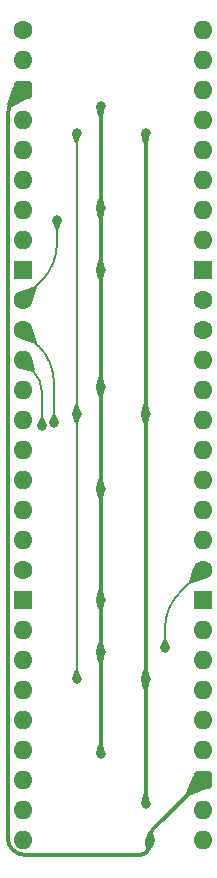
<source format=gbl>
%TF.GenerationSoftware,KiCad,Pcbnew,9.0.7-9.0.7~ubuntu24.04.1*%
%TF.CreationDate,2026-01-23T19:46:08+02:00*%
%TF.ProjectId,Main Address Buffer,4d61696e-2041-4646-9472-657373204275,V0*%
%TF.SameCoordinates,Original*%
%TF.FileFunction,Copper,L2,Bot*%
%TF.FilePolarity,Positive*%
%FSLAX46Y46*%
G04 Gerber Fmt 4.6, Leading zero omitted, Abs format (unit mm)*
G04 Created by KiCad (PCBNEW 9.0.7-9.0.7~ubuntu24.04.1) date 2026-01-23 19:46:08*
%MOMM*%
%LPD*%
G01*
G04 APERTURE LIST*
G04 Aperture macros list*
%AMRoundRect*
0 Rectangle with rounded corners*
0 $1 Rounding radius*
0 $2 $3 $4 $5 $6 $7 $8 $9 X,Y pos of 4 corners*
0 Add a 4 corners polygon primitive as box body*
4,1,4,$2,$3,$4,$5,$6,$7,$8,$9,$2,$3,0*
0 Add four circle primitives for the rounded corners*
1,1,$1+$1,$2,$3*
1,1,$1+$1,$4,$5*
1,1,$1+$1,$6,$7*
1,1,$1+$1,$8,$9*
0 Add four rect primitives between the rounded corners*
20,1,$1+$1,$2,$3,$4,$5,0*
20,1,$1+$1,$4,$5,$6,$7,0*
20,1,$1+$1,$6,$7,$8,$9,0*
20,1,$1+$1,$8,$9,$2,$3,0*%
G04 Aperture macros list end*
%TA.AperFunction,ComponentPad*%
%ADD10C,1.600000*%
%TD*%
%TA.AperFunction,ComponentPad*%
%ADD11O,1.600000X1.600000*%
%TD*%
%TA.AperFunction,ComponentPad*%
%ADD12RoundRect,0.400000X-0.400000X-0.400000X0.400000X-0.400000X0.400000X0.400000X-0.400000X0.400000X0*%
%TD*%
%TA.AperFunction,ComponentPad*%
%ADD13R,1.600000X1.600000*%
%TD*%
%TA.AperFunction,ViaPad*%
%ADD14C,0.800000*%
%TD*%
%TA.AperFunction,Conductor*%
%ADD15C,0.380000*%
%TD*%
%TA.AperFunction,Conductor*%
%ADD16C,0.200000*%
%TD*%
G04 APERTURE END LIST*
D10*
%TO.P,J2,1*%
%TO.N,MT*%
X0Y0D03*
D11*
%TO.P,J2,2*%
%TO.N,M~{RD}*%
X0Y-2540000D03*
D12*
%TO.P,J2,3*%
%TO.N,5V*%
X0Y-5080000D03*
D11*
%TO.P,J2,4*%
%TO.N,M~{WD}*%
X0Y-7620000D03*
%TO.P,J2,5*%
%TO.N,AM20*%
X0Y-10160000D03*
%TO.P,J2,6*%
%TO.N,AM19*%
X0Y-12700000D03*
%TO.P,J2,7*%
%TO.N,AM18*%
X0Y-15240000D03*
%TO.P,J2,8*%
%TO.N,AM17*%
X0Y-17780000D03*
D13*
%TO.P,J2,9*%
%TO.N,GND*%
X0Y-20320000D03*
D10*
%TO.P,J2,10*%
%TO.N,AM16*%
X0Y-22860000D03*
%TO.P,J2,11*%
%TO.N,AM15*%
X0Y-25400000D03*
D11*
%TO.P,J2,12*%
%TO.N,AM14*%
X0Y-27940000D03*
%TO.P,J2,13*%
%TO.N,~{OE}*%
X0Y-30480000D03*
%TO.P,J2,14*%
%TO.N,AM13*%
X0Y-33020000D03*
%TO.P,J2,15*%
%TO.N,AM12*%
X0Y-35560000D03*
%TO.P,J2,16*%
%TO.N,AM11*%
X0Y-38100000D03*
%TO.P,J2,17*%
%TO.N,AM10*%
X0Y-40640000D03*
%TO.P,J2,18*%
%TO.N,AM9*%
X0Y-43180000D03*
D10*
%TO.P,J2,19*%
%TO.N,AM8*%
X0Y-45720000D03*
D13*
%TO.P,J2,20*%
%TO.N,GND*%
X0Y-48260000D03*
D11*
%TO.P,J2,21*%
%TO.N,AM7*%
X0Y-50800000D03*
%TO.P,J2,22*%
%TO.N,AM6*%
X0Y-53340000D03*
%TO.P,J2,23*%
%TO.N,AM5*%
X0Y-55880000D03*
%TO.P,J2,24*%
%TO.N,AM4*%
X0Y-58420000D03*
%TO.P,J2,25*%
%TO.N,AM3*%
X0Y-60960000D03*
%TO.P,J2,26*%
%TO.N,AM2*%
X0Y-63500000D03*
%TO.P,J2,27*%
%TO.N,AM1*%
X0Y-66040000D03*
%TO.P,J2,28*%
%TO.N,AM0*%
X0Y-68580000D03*
%TO.P,J2,29*%
%TO.N,AS0*%
X15240000Y-68580000D03*
%TO.P,J2,30*%
%TO.N,AS1*%
X15240000Y-66040000D03*
D12*
%TO.P,J2,31*%
%TO.N,5V*%
X15240000Y-63500000D03*
D11*
%TO.P,J2,32*%
%TO.N,AS2*%
X15240000Y-60960000D03*
%TO.P,J2,33*%
%TO.N,AS3*%
X15240000Y-58420000D03*
%TO.P,J2,34*%
%TO.N,AS4*%
X15240000Y-55880000D03*
%TO.P,J2,35*%
%TO.N,AS5*%
X15240000Y-53340000D03*
%TO.P,J2,36*%
%TO.N,AS6*%
X15240000Y-50800000D03*
D13*
%TO.P,J2,37*%
%TO.N,GND*%
X15240000Y-48260000D03*
D10*
%TO.P,J2,38*%
%TO.N,AS7*%
X15240000Y-45720000D03*
D11*
%TO.P,J2,39*%
%TO.N,AS8*%
X15240000Y-43180000D03*
%TO.P,J2,40*%
%TO.N,AS9*%
X15240000Y-40640000D03*
%TO.P,J2,41*%
%TO.N,AS10*%
X15240000Y-38100000D03*
%TO.P,J2,42*%
%TO.N,AS11*%
X15240000Y-35560000D03*
%TO.P,J2,43*%
%TO.N,AS12*%
X15240000Y-33020000D03*
%TO.P,J2,44*%
%TO.N,AS13*%
X15240000Y-30480000D03*
%TO.P,J2,45*%
%TO.N,AS14*%
X15240000Y-27940000D03*
D10*
%TO.P,J2,46*%
%TO.N,AS15*%
X15240000Y-25400000D03*
%TO.P,J2,47*%
%TO.N,unconnected-(J2-Pad47)*%
X15240000Y-22860000D03*
D13*
%TO.P,J2,48*%
%TO.N,GND*%
X15240000Y-20320000D03*
D11*
%TO.P,J2,49*%
%TO.N,AS16*%
X15240000Y-17780000D03*
%TO.P,J2,50*%
%TO.N,AS17*%
X15240000Y-15240000D03*
%TO.P,J2,51*%
%TO.N,AS18*%
X15240000Y-12700000D03*
%TO.P,J2,52*%
%TO.N,AS19*%
X15240000Y-10160000D03*
%TO.P,J2,53*%
%TO.N,AS20*%
X15240000Y-7620000D03*
%TO.P,J2,54*%
%TO.N,S~{WD}*%
X15240000Y-5080000D03*
%TO.P,J2,55*%
%TO.N,S~{RD}*%
X15240000Y-2540000D03*
%TO.P,J2,56*%
%TO.N,ST*%
X15240000Y0D03*
%TD*%
D14*
%TO.N,AM16*%
X2921000Y-16129000D03*
%TO.N,GND*%
X6604000Y-15113000D03*
X6604000Y-61341000D03*
%TO.N,AS7*%
X12065000Y-52324000D03*
%TO.N,AM15*%
X2667000Y-33274000D03*
%TO.N,AM14*%
X1651000Y-33528000D03*
%TO.N,~{OE}*%
X4572000Y-8763000D03*
X4572000Y-54991000D03*
X4572000Y-32512000D03*
%TO.N,/3.3V*%
X10414000Y-54991000D03*
X10414000Y-65532000D03*
X10414000Y-32512000D03*
X10414000Y-8763000D03*
%TO.N,5V*%
X10795000Y-68707000D03*
%TO.N,GND*%
X6604000Y-6477000D03*
X6604000Y-38862000D03*
X6604000Y-48260000D03*
X6604000Y-30226000D03*
X6604000Y-52705000D03*
X6604000Y-20320000D03*
%TD*%
D15*
%TO.N,5V*%
X-1270000Y-68389278D02*
G75*
G03*
X-842165Y-69422165I1460720J-2D01*
G01*
X10540999Y-69595999D02*
G75*
G02*
X9927789Y-69849994I-613199J613199D01*
G01*
X-634999Y-5715000D02*
G75*
G03*
X-1270001Y-7248025I1533029J-1533030D01*
G01*
X10795000Y-69024500D02*
G75*
G02*
X10570491Y-69566504I-766500J0D01*
G01*
X-842164Y-69422164D02*
G75*
G03*
X190721Y-69850000I1032886J1032884D01*
G01*
X11064407Y-67675592D02*
G75*
G03*
X10794995Y-68326000I650393J-650408D01*
G01*
D16*
%TO.N,AS7*%
X13277334Y-47682665D02*
G75*
G03*
X12065008Y-50609500I2926866J-2926835D01*
G01*
%TO.N,AM14*%
X825500Y-28765500D02*
G75*
G02*
X1651000Y-30758433I-1992937J-1992935D01*
G01*
%TO.N,AM16*%
X2921000Y-18034000D02*
G75*
G02*
X1573961Y-21286038I-4599087J5D01*
G01*
%TO.N,AM15*%
X1333500Y-26733500D02*
G75*
G02*
X2667000Y-29952853I-3219356J-3219355D01*
G01*
%TO.N,AM16*%
X2921000Y-16129000D02*
X2921000Y-18034000D01*
X1573961Y-21286038D02*
X0Y-22860000D01*
D15*
%TO.N,GND*%
X6604000Y-20320000D02*
X6604000Y-15113000D01*
X6604000Y-52705000D02*
X6604000Y-61341000D01*
D16*
%TO.N,AS7*%
X12065000Y-50609500D02*
X12065000Y-52324000D01*
X13277334Y-47682665D02*
X15240000Y-45720000D01*
%TO.N,AM15*%
X2667000Y-29952853D02*
X2667000Y-33274000D01*
X1333500Y-26733500D02*
X0Y-25400000D01*
%TO.N,AM14*%
X1651000Y-30758433D02*
X1651000Y-33528000D01*
X825500Y-28765500D02*
X0Y-27940000D01*
%TO.N,~{OE}*%
X4572000Y-8763000D02*
X4572000Y-32512000D01*
X4572000Y-54991000D02*
X4572000Y-32512000D01*
D15*
%TO.N,/3.3V*%
X10414000Y-32512000D02*
X10414000Y-54991000D01*
X10414000Y-32512000D02*
X10414000Y-8763000D01*
X10414000Y-65532000D02*
X10414000Y-54991000D01*
%TO.N,5V*%
X-634999Y-5715000D02*
X0Y-5080000D01*
X11064407Y-67675592D02*
X15240000Y-63500000D01*
X-1270000Y-68389278D02*
X-1270000Y-7248025D01*
X9927789Y-69850000D02*
X190721Y-69850000D01*
X10540999Y-69595999D02*
X10570493Y-69566506D01*
X10795000Y-68707000D02*
X10795000Y-68326000D01*
X10795000Y-69024500D02*
X10795000Y-68707000D01*
%TO.N,GND*%
X6604000Y-6477000D02*
X6604000Y-15113000D01*
X6604000Y-38862000D02*
X6604000Y-48260000D01*
X6604000Y-20320000D02*
X6604000Y-30226000D01*
X6604000Y-38862000D02*
X6604000Y-30226000D01*
X6604000Y-52705000D02*
X6604000Y-48260000D01*
%TD*%
%TA.AperFunction,Conductor*%
%TO.N,5V*%
G36*
X-788519Y-4798014D02*
G01*
X-4192Y-5077447D01*
X2446Y-5083447D01*
X216773Y-5537219D01*
X373705Y-5869475D01*
X374140Y-5878419D01*
X368177Y-5885025D01*
X-929651Y-6506239D01*
X-938592Y-6506720D01*
X-939179Y-6506495D01*
X-1275579Y-6367151D01*
X-1281911Y-6360819D01*
X-1282279Y-6352884D01*
X-803606Y-4805583D01*
X-797888Y-4798692D01*
X-788971Y-4797864D01*
X-788519Y-4798014D01*
G37*
%TD.AperFunction*%
%TD*%
%TA.AperFunction,Conductor*%
%TO.N,5V*%
G36*
X10799558Y-68708858D02*
G01*
X10799601Y-68708887D01*
X11119095Y-68923523D01*
X11124052Y-68930981D01*
X11123067Y-68938405D01*
X10815303Y-69563244D01*
X10808573Y-69569151D01*
X10799637Y-69568570D01*
X10798307Y-69567802D01*
X10497715Y-69366949D01*
X10492740Y-69359503D01*
X10492662Y-69359068D01*
X10404422Y-68796111D01*
X10406527Y-68787408D01*
X10413677Y-68782829D01*
X10790775Y-68707128D01*
X10799558Y-68708858D01*
G37*
%TD.AperFunction*%
%TD*%
%TA.AperFunction,Conductor*%
%TO.N,5V*%
G36*
X10721131Y-67859818D02*
G01*
X11055542Y-67998339D01*
X11061873Y-68004670D01*
X11062536Y-68006846D01*
X11185014Y-68617498D01*
X11183281Y-68626284D01*
X11175848Y-68631269D01*
X10796928Y-68707458D01*
X10792311Y-68707458D01*
X10416424Y-68631731D01*
X10408991Y-68626737D01*
X10407265Y-68617950D01*
X10407860Y-68615947D01*
X10705853Y-67866332D01*
X10712092Y-67859912D01*
X10721046Y-67859784D01*
X10721131Y-67859818D01*
G37*
%TD.AperFunction*%
%TD*%
%TA.AperFunction,Conductor*%
%TO.N,AM16*%
G36*
X3299434Y-16204239D02*
G01*
X3306866Y-16209233D01*
X3308592Y-16218020D01*
X3307950Y-16220140D01*
X3023975Y-16914045D01*
X3017670Y-16920404D01*
X3013147Y-16921314D01*
X2828853Y-16921314D01*
X2820580Y-16917887D01*
X2818025Y-16914045D01*
X2534049Y-16220140D01*
X2534087Y-16211186D01*
X2540446Y-16204881D01*
X2542558Y-16204241D01*
X2918692Y-16128465D01*
X2923308Y-16128465D01*
X3299434Y-16204239D01*
G37*
%TD.AperFunction*%
%TD*%
%TA.AperFunction,Conductor*%
%TO.N,AM16*%
G36*
X1051846Y-21671711D02*
G01*
X1054923Y-21673921D01*
X1186077Y-21805075D01*
X1189504Y-21813348D01*
X1188891Y-21817086D01*
X787909Y-23006338D01*
X782018Y-23013083D01*
X774551Y-23014078D01*
X6979Y-22862227D01*
X-471Y-22857259D01*
X-2228Y-22853020D01*
X-154078Y-22085448D01*
X-152321Y-22076667D01*
X-146338Y-22072090D01*
X609962Y-21817086D01*
X1042912Y-21671107D01*
X1051846Y-21671711D01*
G37*
%TD.AperFunction*%
%TD*%
%TA.AperFunction,Conductor*%
%TO.N,GND*%
G36*
X6983924Y-15188539D02*
G01*
X6991356Y-15193533D01*
X6993082Y-15202320D01*
X6992869Y-15203197D01*
X6796411Y-15896802D01*
X6790859Y-15903829D01*
X6785154Y-15905314D01*
X6422846Y-15905314D01*
X6414573Y-15901887D01*
X6411589Y-15896803D01*
X6411589Y-15896802D01*
X6215130Y-15203196D01*
X6216172Y-15194304D01*
X6223198Y-15188752D01*
X6224054Y-15188544D01*
X6601692Y-15112465D01*
X6606308Y-15112465D01*
X6983924Y-15188539D01*
G37*
%TD.AperFunction*%
%TD*%
%TA.AperFunction,Conductor*%
%TO.N,GND*%
G36*
X6793427Y-19531113D02*
G01*
X6796411Y-19536197D01*
X6992869Y-20229801D01*
X6991827Y-20238695D01*
X6984801Y-20244247D01*
X6983923Y-20244460D01*
X6606311Y-20320534D01*
X6601689Y-20320534D01*
X6224076Y-20244460D01*
X6216643Y-20239466D01*
X6214917Y-20230679D01*
X6215123Y-20229827D01*
X6411589Y-19536196D01*
X6417141Y-19529171D01*
X6422846Y-19527686D01*
X6785154Y-19527686D01*
X6793427Y-19531113D01*
G37*
%TD.AperFunction*%
%TD*%
%TA.AperFunction,Conductor*%
%TO.N,GND*%
G36*
X6983924Y-52780539D02*
G01*
X6991356Y-52785533D01*
X6993082Y-52794320D01*
X6992869Y-52795197D01*
X6796411Y-53488802D01*
X6790859Y-53495829D01*
X6785154Y-53497314D01*
X6422846Y-53497314D01*
X6414573Y-53493887D01*
X6411589Y-53488803D01*
X6411589Y-53488802D01*
X6215130Y-52795196D01*
X6216172Y-52786304D01*
X6223198Y-52780752D01*
X6224054Y-52780544D01*
X6601692Y-52704465D01*
X6606308Y-52704465D01*
X6983924Y-52780539D01*
G37*
%TD.AperFunction*%
%TD*%
%TA.AperFunction,Conductor*%
%TO.N,GND*%
G36*
X6793427Y-60552113D02*
G01*
X6796411Y-60557197D01*
X6992869Y-61250801D01*
X6991827Y-61259695D01*
X6984801Y-61265247D01*
X6983923Y-61265460D01*
X6606311Y-61341534D01*
X6601689Y-61341534D01*
X6224076Y-61265460D01*
X6216643Y-61260466D01*
X6214917Y-61251679D01*
X6215123Y-61250827D01*
X6411589Y-60557196D01*
X6417141Y-60550171D01*
X6422846Y-60548686D01*
X6785154Y-60548686D01*
X6793427Y-60552113D01*
G37*
%TD.AperFunction*%
%TD*%
%TA.AperFunction,Conductor*%
%TO.N,AS7*%
G36*
X12165420Y-51535113D02*
G01*
X12167975Y-51538955D01*
X12451950Y-52232859D01*
X12451912Y-52241813D01*
X12445553Y-52248118D01*
X12443433Y-52248760D01*
X12067311Y-52324534D01*
X12062689Y-52324534D01*
X11686566Y-52248760D01*
X11679133Y-52243766D01*
X11677407Y-52234979D01*
X11678049Y-52232859D01*
X11962025Y-51538955D01*
X11968330Y-51532596D01*
X11972853Y-51531686D01*
X12157147Y-51531686D01*
X12165420Y-51535113D01*
G37*
%TD.AperFunction*%
%TD*%
%TA.AperFunction,Conductor*%
%TO.N,AS7*%
G36*
X15233020Y-45717772D02*
G01*
X15240470Y-45722740D01*
X15242227Y-45726979D01*
X15394078Y-46494551D01*
X15392321Y-46503332D01*
X15386338Y-46507909D01*
X14197087Y-46908891D01*
X14188153Y-46908287D01*
X14185076Y-46906077D01*
X14053921Y-46774923D01*
X14050494Y-46766650D01*
X14051107Y-46762912D01*
X14141591Y-46494551D01*
X14452090Y-45573660D01*
X14457981Y-45566916D01*
X14465446Y-45565921D01*
X15233020Y-45717772D01*
G37*
%TD.AperFunction*%
%TD*%
%TA.AperFunction,Conductor*%
%TO.N,AM15*%
G36*
X2767420Y-32485113D02*
G01*
X2769975Y-32488955D01*
X3053950Y-33182859D01*
X3053912Y-33191813D01*
X3047553Y-33198118D01*
X3045433Y-33198760D01*
X2669311Y-33274534D01*
X2664689Y-33274534D01*
X2288566Y-33198760D01*
X2281133Y-33193766D01*
X2279407Y-33184979D01*
X2280049Y-33182859D01*
X2564025Y-32488955D01*
X2570330Y-32482596D01*
X2574853Y-32481686D01*
X2759147Y-32481686D01*
X2767420Y-32485113D01*
G37*
%TD.AperFunction*%
%TD*%
%TA.AperFunction,Conductor*%
%TO.N,AM15*%
G36*
X783332Y-25247678D02*
G01*
X787909Y-25253661D01*
X1188892Y-26442912D01*
X1188288Y-26451846D01*
X1186078Y-26454923D01*
X1054923Y-26586078D01*
X1046650Y-26589505D01*
X1042912Y-26588892D01*
X-146338Y-26187909D01*
X-153083Y-26182018D01*
X-154078Y-26174551D01*
X-2228Y-25406979D01*
X2740Y-25399529D01*
X6976Y-25397772D01*
X774552Y-25245921D01*
X783332Y-25247678D01*
G37*
%TD.AperFunction*%
%TD*%
%TA.AperFunction,Conductor*%
%TO.N,AM14*%
G36*
X1751420Y-32739113D02*
G01*
X1753975Y-32742955D01*
X2037950Y-33436859D01*
X2037912Y-33445813D01*
X2031553Y-33452118D01*
X2029433Y-33452760D01*
X1653311Y-33528534D01*
X1648689Y-33528534D01*
X1272566Y-33452760D01*
X1265133Y-33447766D01*
X1263407Y-33438979D01*
X1264049Y-33436859D01*
X1548025Y-32742955D01*
X1554330Y-32736596D01*
X1558853Y-32735686D01*
X1743147Y-32735686D01*
X1751420Y-32739113D01*
G37*
%TD.AperFunction*%
%TD*%
%TA.AperFunction,Conductor*%
%TO.N,AM14*%
G36*
X782195Y-27787902D02*
G01*
X787106Y-27795086D01*
X1012423Y-28809370D01*
X1010871Y-28818189D01*
X1008298Y-28821052D01*
X913847Y-28896373D01*
X861968Y-28937745D01*
X853363Y-28940223D01*
X852229Y-28940039D01*
X-144801Y-28727035D01*
X-152176Y-28721955D01*
X-153834Y-28713321D01*
X-135609Y-28621239D01*
X-2143Y-27946903D01*
X2823Y-27939455D01*
X7060Y-27937699D01*
X773415Y-27786145D01*
X782195Y-27787902D01*
G37*
%TD.AperFunction*%
%TD*%
%TA.AperFunction,Conductor*%
%TO.N,~{OE}*%
G36*
X4950434Y-8838239D02*
G01*
X4957866Y-8843233D01*
X4959592Y-8852020D01*
X4958950Y-8854140D01*
X4674975Y-9548045D01*
X4668670Y-9554404D01*
X4664147Y-9555314D01*
X4479853Y-9555314D01*
X4471580Y-9551887D01*
X4469025Y-9548045D01*
X4185049Y-8854140D01*
X4185087Y-8845186D01*
X4191446Y-8838881D01*
X4193558Y-8838241D01*
X4569692Y-8762465D01*
X4574308Y-8762465D01*
X4950434Y-8838239D01*
G37*
%TD.AperFunction*%
%TD*%
%TA.AperFunction,Conductor*%
%TO.N,~{OE}*%
G36*
X4672420Y-31723113D02*
G01*
X4674975Y-31726955D01*
X4958950Y-32420859D01*
X4958912Y-32429813D01*
X4952553Y-32436118D01*
X4950433Y-32436760D01*
X4574311Y-32512534D01*
X4569689Y-32512534D01*
X4193566Y-32436760D01*
X4186133Y-32431766D01*
X4184407Y-32422979D01*
X4185049Y-32420859D01*
X4469025Y-31726955D01*
X4475330Y-31720596D01*
X4479853Y-31719686D01*
X4664147Y-31719686D01*
X4672420Y-31723113D01*
G37*
%TD.AperFunction*%
%TD*%
%TA.AperFunction,Conductor*%
%TO.N,~{OE}*%
G36*
X4672420Y-54202113D02*
G01*
X4674975Y-54205955D01*
X4958950Y-54899859D01*
X4958912Y-54908813D01*
X4952553Y-54915118D01*
X4950433Y-54915760D01*
X4574311Y-54991534D01*
X4569689Y-54991534D01*
X4193566Y-54915760D01*
X4186133Y-54910766D01*
X4184407Y-54901979D01*
X4185049Y-54899859D01*
X4469025Y-54205955D01*
X4475330Y-54199596D01*
X4479853Y-54198686D01*
X4664147Y-54198686D01*
X4672420Y-54202113D01*
G37*
%TD.AperFunction*%
%TD*%
%TA.AperFunction,Conductor*%
%TO.N,~{OE}*%
G36*
X4950434Y-32587239D02*
G01*
X4957866Y-32592233D01*
X4959592Y-32601020D01*
X4958950Y-32603140D01*
X4674975Y-33297045D01*
X4668670Y-33303404D01*
X4664147Y-33304314D01*
X4479853Y-33304314D01*
X4471580Y-33300887D01*
X4469025Y-33297045D01*
X4185049Y-32603140D01*
X4185087Y-32594186D01*
X4191446Y-32587881D01*
X4193558Y-32587241D01*
X4569692Y-32511465D01*
X4574308Y-32511465D01*
X4950434Y-32587239D01*
G37*
%TD.AperFunction*%
%TD*%
%TA.AperFunction,Conductor*%
%TO.N,/3.3V*%
G36*
X10603427Y-54202113D02*
G01*
X10606411Y-54207197D01*
X10802869Y-54900801D01*
X10801827Y-54909695D01*
X10794801Y-54915247D01*
X10793923Y-54915460D01*
X10416311Y-54991534D01*
X10411689Y-54991534D01*
X10034076Y-54915460D01*
X10026643Y-54910466D01*
X10024917Y-54901679D01*
X10025123Y-54900827D01*
X10221589Y-54207196D01*
X10227141Y-54200171D01*
X10232846Y-54198686D01*
X10595154Y-54198686D01*
X10603427Y-54202113D01*
G37*
%TD.AperFunction*%
%TD*%
%TA.AperFunction,Conductor*%
%TO.N,/3.3V*%
G36*
X10793924Y-32587539D02*
G01*
X10801356Y-32592533D01*
X10803082Y-32601320D01*
X10802869Y-32602197D01*
X10606411Y-33295802D01*
X10600859Y-33302829D01*
X10595154Y-33304314D01*
X10232846Y-33304314D01*
X10224573Y-33300887D01*
X10221589Y-33295803D01*
X10221589Y-33295802D01*
X10025130Y-32602196D01*
X10026172Y-32593304D01*
X10033198Y-32587752D01*
X10034054Y-32587544D01*
X10411692Y-32511465D01*
X10416308Y-32511465D01*
X10793924Y-32587539D01*
G37*
%TD.AperFunction*%
%TD*%
%TA.AperFunction,Conductor*%
%TO.N,/3.3V*%
G36*
X10603427Y-31723113D02*
G01*
X10606411Y-31728197D01*
X10802869Y-32421801D01*
X10801827Y-32430695D01*
X10794801Y-32436247D01*
X10793923Y-32436460D01*
X10416311Y-32512534D01*
X10411689Y-32512534D01*
X10034076Y-32436460D01*
X10026643Y-32431466D01*
X10024917Y-32422679D01*
X10025123Y-32421827D01*
X10221589Y-31728196D01*
X10227141Y-31721171D01*
X10232846Y-31719686D01*
X10595154Y-31719686D01*
X10603427Y-31723113D01*
G37*
%TD.AperFunction*%
%TD*%
%TA.AperFunction,Conductor*%
%TO.N,/3.3V*%
G36*
X10793924Y-8838539D02*
G01*
X10801356Y-8843533D01*
X10803082Y-8852320D01*
X10802869Y-8853197D01*
X10606411Y-9546802D01*
X10600859Y-9553829D01*
X10595154Y-9555314D01*
X10232846Y-9555314D01*
X10224573Y-9551887D01*
X10221589Y-9546803D01*
X10221589Y-9546802D01*
X10025130Y-8853196D01*
X10026172Y-8844304D01*
X10033198Y-8838752D01*
X10034054Y-8838544D01*
X10411692Y-8762465D01*
X10416308Y-8762465D01*
X10793924Y-8838539D01*
G37*
%TD.AperFunction*%
%TD*%
%TA.AperFunction,Conductor*%
%TO.N,/3.3V*%
G36*
X10793924Y-55066539D02*
G01*
X10801356Y-55071533D01*
X10803082Y-55080320D01*
X10802869Y-55081197D01*
X10606411Y-55774802D01*
X10600859Y-55781829D01*
X10595154Y-55783314D01*
X10232846Y-55783314D01*
X10224573Y-55779887D01*
X10221589Y-55774803D01*
X10221589Y-55774802D01*
X10025130Y-55081196D01*
X10026172Y-55072304D01*
X10033198Y-55066752D01*
X10034054Y-55066544D01*
X10411692Y-54990465D01*
X10416308Y-54990465D01*
X10793924Y-55066539D01*
G37*
%TD.AperFunction*%
%TD*%
%TA.AperFunction,Conductor*%
%TO.N,/3.3V*%
G36*
X10603427Y-64743113D02*
G01*
X10606411Y-64748197D01*
X10802869Y-65441801D01*
X10801827Y-65450695D01*
X10794801Y-65456247D01*
X10793923Y-65456460D01*
X10416311Y-65532534D01*
X10411689Y-65532534D01*
X10034076Y-65456460D01*
X10026643Y-65451466D01*
X10024917Y-65442679D01*
X10025123Y-65441827D01*
X10221589Y-64748196D01*
X10227141Y-64741171D01*
X10232846Y-64739686D01*
X10595154Y-64739686D01*
X10603427Y-64743113D01*
G37*
%TD.AperFunction*%
%TD*%
%TA.AperFunction,Conductor*%
%TO.N,5V*%
G36*
X14450904Y-63173133D02*
G01*
X15236214Y-63497437D01*
X15242553Y-63503762D01*
X15242562Y-63503785D01*
X15566866Y-64289095D01*
X15566857Y-64298050D01*
X15560518Y-64304375D01*
X15560427Y-64304412D01*
X14132998Y-64879984D01*
X14124044Y-64879900D01*
X14120350Y-64877406D01*
X13862593Y-64619649D01*
X13859166Y-64611376D01*
X13860014Y-64607005D01*
X14435588Y-63179570D01*
X14441859Y-63173180D01*
X14450813Y-63173096D01*
X14450904Y-63173133D01*
G37*
%TD.AperFunction*%
%TD*%
%TA.AperFunction,Conductor*%
%TO.N,GND*%
G36*
X6793427Y-14324113D02*
G01*
X6796411Y-14329197D01*
X6992869Y-15022801D01*
X6991827Y-15031695D01*
X6984801Y-15037247D01*
X6983923Y-15037460D01*
X6606311Y-15113534D01*
X6601689Y-15113534D01*
X6224076Y-15037460D01*
X6216643Y-15032466D01*
X6214917Y-15023679D01*
X6215123Y-15022827D01*
X6411589Y-14329196D01*
X6417141Y-14322171D01*
X6422846Y-14320686D01*
X6785154Y-14320686D01*
X6793427Y-14324113D01*
G37*
%TD.AperFunction*%
%TD*%
%TA.AperFunction,Conductor*%
%TO.N,GND*%
G36*
X6983924Y-6552539D02*
G01*
X6991356Y-6557533D01*
X6993082Y-6566320D01*
X6992869Y-6567197D01*
X6796411Y-7260802D01*
X6790859Y-7267829D01*
X6785154Y-7269314D01*
X6422846Y-7269314D01*
X6414573Y-7265887D01*
X6411589Y-7260803D01*
X6411589Y-7260802D01*
X6215130Y-6567196D01*
X6216172Y-6558304D01*
X6223198Y-6552752D01*
X6224054Y-6552544D01*
X6601692Y-6476465D01*
X6606308Y-6476465D01*
X6983924Y-6552539D01*
G37*
%TD.AperFunction*%
%TD*%
%TA.AperFunction,Conductor*%
%TO.N,GND*%
G36*
X6983924Y-38937539D02*
G01*
X6991356Y-38942533D01*
X6993082Y-38951320D01*
X6992869Y-38952197D01*
X6796411Y-39645802D01*
X6790859Y-39652829D01*
X6785154Y-39654314D01*
X6422846Y-39654314D01*
X6414573Y-39650887D01*
X6411589Y-39645803D01*
X6411589Y-39645802D01*
X6215130Y-38952196D01*
X6216172Y-38943304D01*
X6223198Y-38937752D01*
X6224054Y-38937544D01*
X6601692Y-38861465D01*
X6606308Y-38861465D01*
X6983924Y-38937539D01*
G37*
%TD.AperFunction*%
%TD*%
%TA.AperFunction,Conductor*%
%TO.N,GND*%
G36*
X6793427Y-47471113D02*
G01*
X6796411Y-47476197D01*
X6992869Y-48169801D01*
X6991827Y-48178695D01*
X6984801Y-48184247D01*
X6983923Y-48184460D01*
X6606311Y-48260534D01*
X6601689Y-48260534D01*
X6224076Y-48184460D01*
X6216643Y-48179466D01*
X6214917Y-48170679D01*
X6215123Y-48169827D01*
X6411589Y-47476196D01*
X6417141Y-47469171D01*
X6422846Y-47467686D01*
X6785154Y-47467686D01*
X6793427Y-47471113D01*
G37*
%TD.AperFunction*%
%TD*%
%TA.AperFunction,Conductor*%
%TO.N,GND*%
G36*
X6793427Y-29437113D02*
G01*
X6796411Y-29442197D01*
X6992869Y-30135801D01*
X6991827Y-30144695D01*
X6984801Y-30150247D01*
X6983923Y-30150460D01*
X6606311Y-30226534D01*
X6601689Y-30226534D01*
X6224076Y-30150460D01*
X6216643Y-30145466D01*
X6214917Y-30136679D01*
X6215123Y-30135827D01*
X6411589Y-29442196D01*
X6417141Y-29435171D01*
X6422846Y-29433686D01*
X6785154Y-29433686D01*
X6793427Y-29437113D01*
G37*
%TD.AperFunction*%
%TD*%
%TA.AperFunction,Conductor*%
%TO.N,GND*%
G36*
X6983924Y-20395539D02*
G01*
X6991356Y-20400533D01*
X6993082Y-20409320D01*
X6992869Y-20410197D01*
X6796411Y-21103802D01*
X6790859Y-21110829D01*
X6785154Y-21112314D01*
X6422846Y-21112314D01*
X6414573Y-21108887D01*
X6411589Y-21103803D01*
X6411589Y-21103802D01*
X6215130Y-20410196D01*
X6216172Y-20401304D01*
X6223198Y-20395752D01*
X6224054Y-20395544D01*
X6601692Y-20319465D01*
X6606308Y-20319465D01*
X6983924Y-20395539D01*
G37*
%TD.AperFunction*%
%TD*%
%TA.AperFunction,Conductor*%
%TO.N,GND*%
G36*
X6983924Y-30301539D02*
G01*
X6991356Y-30306533D01*
X6993082Y-30315320D01*
X6992869Y-30316197D01*
X6796411Y-31009802D01*
X6790859Y-31016829D01*
X6785154Y-31018314D01*
X6422846Y-31018314D01*
X6414573Y-31014887D01*
X6411589Y-31009803D01*
X6411589Y-31009802D01*
X6215130Y-30316196D01*
X6216172Y-30307304D01*
X6223198Y-30301752D01*
X6224054Y-30301544D01*
X6601692Y-30225465D01*
X6606308Y-30225465D01*
X6983924Y-30301539D01*
G37*
%TD.AperFunction*%
%TD*%
%TA.AperFunction,Conductor*%
%TO.N,GND*%
G36*
X6793427Y-38073113D02*
G01*
X6796411Y-38078197D01*
X6992869Y-38771801D01*
X6991827Y-38780695D01*
X6984801Y-38786247D01*
X6983923Y-38786460D01*
X6606311Y-38862534D01*
X6601689Y-38862534D01*
X6224076Y-38786460D01*
X6216643Y-38781466D01*
X6214917Y-38772679D01*
X6215123Y-38771827D01*
X6411589Y-38078196D01*
X6417141Y-38071171D01*
X6422846Y-38069686D01*
X6785154Y-38069686D01*
X6793427Y-38073113D01*
G37*
%TD.AperFunction*%
%TD*%
%TA.AperFunction,Conductor*%
%TO.N,GND*%
G36*
X6793427Y-51916113D02*
G01*
X6796411Y-51921197D01*
X6992869Y-52614801D01*
X6991827Y-52623695D01*
X6984801Y-52629247D01*
X6983923Y-52629460D01*
X6606311Y-52705534D01*
X6601689Y-52705534D01*
X6224076Y-52629460D01*
X6216643Y-52624466D01*
X6214917Y-52615679D01*
X6215123Y-52614827D01*
X6411589Y-51921196D01*
X6417141Y-51914171D01*
X6422846Y-51912686D01*
X6785154Y-51912686D01*
X6793427Y-51916113D01*
G37*
%TD.AperFunction*%
%TD*%
%TA.AperFunction,Conductor*%
%TO.N,GND*%
G36*
X6983924Y-48335539D02*
G01*
X6991356Y-48340533D01*
X6993082Y-48349320D01*
X6992869Y-48350197D01*
X6796411Y-49043802D01*
X6790859Y-49050829D01*
X6785154Y-49052314D01*
X6422846Y-49052314D01*
X6414573Y-49048887D01*
X6411589Y-49043803D01*
X6411589Y-49043802D01*
X6215130Y-48350196D01*
X6216172Y-48341304D01*
X6223198Y-48335752D01*
X6224054Y-48335544D01*
X6601692Y-48259465D01*
X6606308Y-48259465D01*
X6983924Y-48335539D01*
G37*
%TD.AperFunction*%
%TD*%
M02*

</source>
